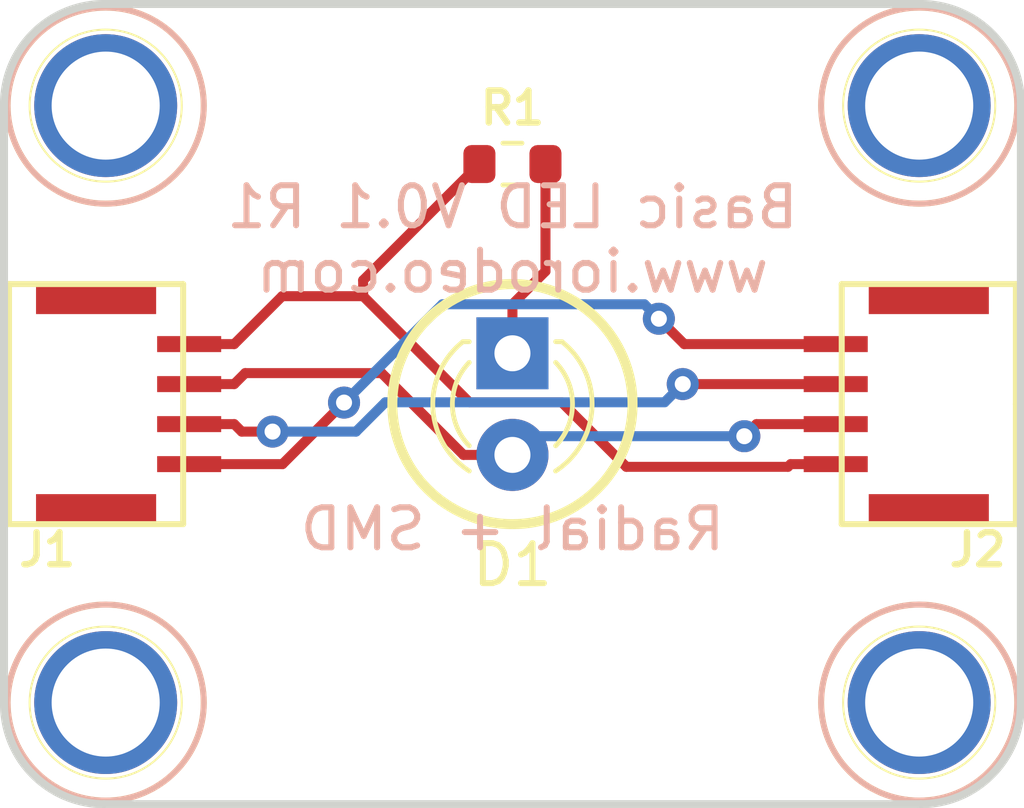
<source format=kicad_pcb>
(kicad_pcb (version 20221018) (generator pcbnew)
  (layers (0 "F.Cu" signal) (31 "B.Cu" signal) (34 "B.Paste" user) (35 "F.Paste" user) (36 "B.SilkS" user "B.Silkscreen") (37 "F.SilkS" user "F.Silkscreen") (38 "B.Mask" user) (39 "F.Mask" user) (44 "Edge.Cuts" user))
  (net 0 "")
  (net 1 "GND")
  (net 2 "/3V3")
  (net 3 "/SCL")
  (net 4 "/SDA")
  (net 5 "Net-(D1-K)")
  (footprint "custom_mount_hole:MountingHole_2.5mm_Pad" (layer "F.Cu") (at 52.54 52.54)
    (fp_text reference "M1" hide)
    (fp_text value "MountingHole_2.5mm_Pad" hide)
    (fp_circle (center 0 0) (end 2.45 0) (stroke (width 0.15)) (fill none) (layer "B.SilkS"))
    (fp_circle (center 0 0) (end 1.9 0) (stroke (width 0.05)) (fill none) (layer "F.SilkS"))
    (fp_circle (center 0 0) (end 2.45 0) (stroke (width 0.15)) (fill none) (layer "F.SilkS"))
    (pad "~" thru_hole circle (at 0 0) (size 3.57 3.57) (drill 2.7) (layers "*.Cu" "*.Mask"))
  )
  (footprint "custom_mount_hole:MountingHole_2.5mm_Pad" (layer "F.Cu") (at 72.86 52.54)
    (fp_text reference "M2" hide)
    (fp_text value "MountingHole_2.5mm_Pad" hide)
    (fp_circle (center 0 0) (end 2.45 0) (stroke (width 0.15)) (fill none) (layer "B.SilkS"))
    (fp_circle (center 0 0) (end 1.9 0) (stroke (width 0.05)) (fill none) (layer "F.SilkS"))
    (fp_circle (center 0 0) (end 2.45 0) (stroke (width 0.15)) (fill none) (layer "F.SilkS"))
    (pad "~" thru_hole circle (at 0 0) (size 3.57 3.57) (drill 2.7) (layers "*.Cu" "*.Mask"))
  )
  (footprint "custom_mount_hole:MountingHole_2.5mm_Pad" (layer "F.Cu") (at 72.86 67.46)
    (fp_text reference "M3" hide)
    (fp_text value "MountingHole_2.5mm_Pad" hide)
    (fp_circle (center 0 0) (end 2.45 0) (stroke (width 0.15)) (fill none) (layer "B.SilkS"))
    (fp_circle (center 0 0) (end 1.9 0) (stroke (width 0.05)) (fill none) (layer "F.SilkS"))
    (fp_circle (center 0 0) (end 2.45 0) (stroke (width 0.15)) (fill none) (layer "F.SilkS"))
    (pad "~" thru_hole circle (at 0 0) (size 3.57 3.57) (drill 2.7) (layers "*.Cu" "*.Mask"))
  )
  (footprint "custom_mount_hole:MountingHole_2.5mm_Pad" (layer "F.Cu") (at 52.54 67.46)
    (fp_text reference "M4" hide)
    (fp_text value "MountingHole_2.5mm_Pad" hide)
    (fp_circle (center 0 0) (end 2.45 0) (stroke (width 0.15)) (fill none) (layer "B.SilkS"))
    (fp_circle (center 0 0) (end 1.9 0) (stroke (width 0.05)) (fill none) (layer "F.SilkS"))
    (fp_circle (center 0 0) (end 2.45 0) (stroke (width 0.15)) (fill none) (layer "F.SilkS"))
    (pad "~" thru_hole circle (at 0 0) (size 3.57 3.57) (drill 2.7) (layers "*.Cu" "*.Mask"))
  )
  (footprint "LED_THT:LED_D3.0mm" (layer "F.Cu") (at 62.7 58.73 -90)
    (fp_text reference "D1" (at 5.29 0 180) (layer "F.SilkS"))
    (fp_text value "LED_ALT")
    (fp_line (start -0.29 -1.236) (end -0.29 -1.08) (stroke (width 0.12)) (layer "F.SilkS"))
    (fp_line (start -0.29 1.08) (end -0.29 1.236) (stroke (width 0.12)) (layer "F.SilkS"))
    (fp_arc (start -0.29 -1.235516) (mid 1.366487 -1.987659) (end 2.942335 -1.078608) (stroke (width 0.12)) (layer "F.SilkS"))
    (fp_arc (start 0.229039 -1.08) (mid 1.270117 -1.5) (end 2.31113 -1.079837) (stroke (width 0.12)) (layer "F.SilkS"))
    (fp_arc (start 2.31113 1.079837) (mid 1.270117 1.5) (end 0.229039 1.08) (stroke (width 0.12)) (layer "F.SilkS"))
    (fp_arc (start 2.942335 1.078608) (mid 1.366487 1.987659) (end -0.29 1.235516) (stroke (width 0.12)) (layer "F.SilkS"))
    (pad "1" thru_hole rect (at 0 0 270) (size 1.8 1.8) (drill 0.9) (layers "*.Cu" "*.Mask") (net 5 "Net-(D1-K)"))
    (pad "2" thru_hole circle (at 2.54 0 270) (size 1.8 1.8) (drill 0.9) (layers "*.Cu" "*.Mask") (net 2 "/3V3"))
  )
  (footprint "BOOMELE_SH_SMD:BOOMELE_SMD_SH_4PIN_RT" (layer "F.Cu") (at 52.78 60 90)
    (fp_text reference "J1" (at -3.64 -1.7 180) (layer "F.SilkS") (effects (font (size 0.8 0.8) (thickness 0.16))))
    (fp_text value "Conn_01x04" hide)
    (fp_line (start -3 1.695) (end -3 -2.655) (stroke (width 0.15)) (layer "F.SilkS"))
    (fp_line (start 0 -2.655) (end -3 -2.655) (stroke (width 0.15)) (layer "F.SilkS"))
    (fp_line (start 3 -2.655) (end 0 -2.655) (stroke (width 0.15)) (layer "F.SilkS"))
    (fp_line (start 3 -2.655) (end 3 1.695) (stroke (width 0.15)) (layer "F.SilkS"))
    (fp_line (start 3 1.695) (end -3 1.695) (stroke (width 0.15)) (layer "F.SilkS"))
    (pad "" smd rect (at -2.65 -0.48 270) (size 0.8 3) (layers "F.Cu" "F.Paste" "F.Mask"))
    (pad "" smd rect (at 2.65 -0.48 270) (size 0.8 3) (layers "F.Cu" "F.Paste" "F.Mask"))
    (pad "1" smd rect (at 1.5 1.845 270) (size 0.4 1.6) (layers "F.Cu" "F.Paste" "F.Mask") (net 1 "GND"))
    (pad "2" smd rect (at 0.5 1.845 270) (size 0.4 1.6) (layers "F.Cu" "F.Paste" "F.Mask") (net 2 "/3V3"))
    (pad "3" smd rect (at -0.5 1.845 270) (size 0.4 1.6) (layers "F.Cu" "F.Paste" "F.Mask") (net 4 "/SDA"))
    (pad "4" smd rect (at -1.5 1.845 270) (size 0.4 1.6) (layers "F.Cu" "F.Paste" "F.Mask") (net 3 "/SCL"))
  )
  (footprint "BOOMELE_SH_SMD:BOOMELE_SMD_SH_4PIN_RT" (layer "F.Cu") (at 72.62 60 -90)
    (fp_text reference "J2" (at 3.64 -1.7 180) (layer "F.SilkS") (effects (font (size 0.8 0.8) (thickness 0.16))))
    (fp_text value "Conn_01x04" hide)
    (fp_line (start -3 1.695) (end -3 -2.655) (stroke (width 0.15)) (layer "F.SilkS"))
    (fp_line (start 0 -2.655) (end -3 -2.655) (stroke (width 0.15)) (layer "F.SilkS"))
    (fp_line (start 3 -2.655) (end 0 -2.655) (stroke (width 0.15)) (layer "F.SilkS"))
    (fp_line (start 3 -2.655) (end 3 1.695) (stroke (width 0.15)) (layer "F.SilkS"))
    (fp_line (start 3 1.695) (end -3 1.695) (stroke (width 0.15)) (layer "F.SilkS"))
    (pad "" smd rect (at -2.65 -0.48 90) (size 0.8 3) (layers "F.Cu" "F.Paste" "F.Mask"))
    (pad "" smd rect (at 2.65 -0.48 90) (size 0.8 3) (layers "F.Cu" "F.Paste" "F.Mask"))
    (pad "1" smd rect (at 1.5 1.845 90) (size 0.4 1.6) (layers "F.Cu" "F.Paste" "F.Mask") (net 1 "GND"))
    (pad "2" smd rect (at 0.5 1.845 90) (size 0.4 1.6) (layers "F.Cu" "F.Paste" "F.Mask") (net 2 "/3V3"))
    (pad "3" smd rect (at -0.5 1.845 90) (size 0.4 1.6) (layers "F.Cu" "F.Paste" "F.Mask") (net 4 "/SDA"))
    (pad "4" smd rect (at -1.5 1.845 90) (size 0.4 1.6) (layers "F.Cu" "F.Paste" "F.Mask") (net 3 "/SCL"))
  )
  (footprint "Resistor_SMD:R_0603_1608Metric" (layer "F.Cu") (at 62.7 54 180)
    (fp_text reference "R1" (at 0 1.4) (layer "F.SilkS") (effects (font (size 0.8 0.8) (thickness 0.16))))
    (fp_text value "R")
    (fp_line (start -0.237258 -0.5225) (end 0.237258 -0.5225) (stroke (width 0.12)) (layer "F.SilkS"))
    (fp_line (start -0.237258 0.5225) (end 0.237258 0.5225) (stroke (width 0.12)) (layer "F.SilkS"))
    (pad "1" smd roundrect (at -0.825 0 180) (size 0.8 0.95) (layers "F.Cu" "F.Paste" "F.Mask") (net 5 "Net-(D1-K)"))
    (pad "2" smd roundrect (at 0.825 0 180) (size 0.8 0.95) (layers "F.Cu" "F.Paste" "F.Mask") (net 1 "GND"))
  )
  (gr_circle (center 62.7 60) (end 65.7 60) (stroke (width 0.25)) (fill none) (layer "F.SilkS"))
  (gr_arc (start 72.9 50) (mid 74.667767 50.732233) (end 75.4 52.5) (stroke (width 0.2)) (layer "Edge.Cuts"))
  (gr_arc (start 52.5 70) (mid 50.732233 69.267767) (end 50 67.5) (stroke (width 0.2)) (layer "Edge.Cuts"))
  (gr_line (start 52.5 50) (end 72.9 50) (stroke (width 0.2)) (layer "Edge.Cuts"))
  (gr_arc (start 50 52.5) (mid 50.732233 50.732233) (end 52.5 50) (stroke (width 0.2)) (layer "Edge.Cuts"))
  (gr_arc (start 75.4 67.5) (mid 74.667767 69.267767) (end 72.9 70) (stroke (width 0.2)) (layer "Edge.Cuts"))
  (gr_line (start 50 52.5) (end 50 67.5) (stroke (width 0.2)) (layer "Edge.Cuts"))
  (gr_line (start 52.5 70) (end 72.9 70) (stroke (width 0.2)) (layer "Edge.Cuts"))
  (gr_line (start 75.4 52.5) (end 75.4 67.5) (stroke (width 0.2)) (layer "Edge.Cuts"))
  (gr_text "Basic LED V0.1 R1\nwww.iorodeo.com\n\n\n\nRadial + SMD" (at 62.7 59.1) (layer "B.SilkS") (effects (font (size 1 1)) (justify mirror)))
  (segment (start 61.875 54) (end 58.9709 56.9041) (width 0.25) (layer "F.Cu") (net 1))
  (segment (start 70.775 61.5) (end 69.6499 61.5) (width 0.25) (layer "F.Cu") (net 1))
  (segment (start 65.5455 61.5683) (end 69.5816 61.5683) (width 0.25) (layer "F.Cu") (net 1))
  (segment (start 54.625 58.5) (end 55.7501 58.5) (width 0.25) (layer "F.Cu") (net 1))
  (segment (start 56.9477 57.3024) (end 55.7501 58.5) (width 0.25) (layer "F.Cu") (net 1))
  (segment (start 58.9709 56.9041) (end 58.9709 57.3024) (width 0.25) (layer "F.Cu") (net 1))
  (segment (start 69.5816 61.5683) (end 69.6499 61.5) (width 0.25) (layer "F.Cu") (net 1))
  (segment (start 63.9324 59.9552) (end 65.5455 61.5683) (width 0.25) (layer "F.Cu") (net 1))
  (segment (start 58.9709 57.3024) (end 61.6237 59.9552) (width 0.25) (layer "F.Cu") (net 1))
  (segment (start 61.6237 59.9552) (end 63.9324 59.9552) (width 0.25) (layer "F.Cu") (net 1))
  (segment (start 58.9709 57.3024) (end 56.9477 57.3024) (width 0.25) (layer "F.Cu") (net 1))
  (segment (start 61.4771 61.27) (end 59.4322 59.2251) (width 0.25) (layer "F.Cu") (net 2))
  (segment (start 68.7948 60.5) (end 68.492 60.8028) (width 0.25) (layer "F.Cu") (net 2))
  (segment (start 59.4322 59.2251) (end 56.025 59.2251) (width 0.25) (layer "F.Cu") (net 2))
  (segment (start 70.775 60.5) (end 68.7948 60.5) (width 0.25) (layer "F.Cu") (net 2))
  (segment (start 62.7 61.27) (end 61.4771 61.27) (width 0.25) (layer "F.Cu") (net 2))
  (segment (start 56.025 59.2251) (end 55.7501 59.5) (width 0.25) (layer "F.Cu") (net 2))
  (segment (start 54.625 59.5) (end 55.7501 59.5) (width 0.25) (layer "F.Cu") (net 2))
  (via (at 68.492 60.8028) (size 0.8) (drill 0.4) (layers "F.Cu" "B.Cu") (net 2))
  (segment (start 63.1672 60.8028) (end 62.7 61.27) (width 0.25) (layer "B.Cu") (net 2))
  (segment (start 68.492 60.8028) (end 63.1672 60.8028) (width 0.25) (layer "B.Cu") (net 2))
  (segment (start 66.9908 58.5) (end 66.3574 57.8666) (width 0.25) (layer "F.Cu") (net 3))
  (segment (start 58.4936 59.962) (end 56.9556 61.5) (width 0.25) (layer "F.Cu") (net 3))
  (segment (start 70.775 58.5) (end 66.9908 58.5) (width 0.25) (layer "F.Cu") (net 3))
  (segment (start 56.9556 61.5) (end 54.625 61.5) (width 0.25) (layer "F.Cu") (net 3))
  (via (at 66.3574 57.8666) (size 0.8) (drill 0.4) (layers "F.Cu" "B.Cu") (net 3))
  (via (at 58.4936 59.962) (size 0.8) (drill 0.4) (layers "F.Cu" "B.Cu") (net 3))
  (segment (start 66.3574 57.8666) (end 65.9956 57.5048) (width 0.25) (layer "B.Cu") (net 3))
  (segment (start 65.9956 57.5048) (end 60.9508 57.5048) (width 0.25) (layer "B.Cu") (net 3))
  (segment (start 60.9508 57.5048) (end 58.4936 59.962) (width 0.25) (layer "B.Cu") (net 3))
  (segment (start 54.625 60.5) (end 55.7501 60.5) (width 0.25) (layer "F.Cu") (net 4))
  (segment (start 55.7501 60.5) (end 55.9375 60.6874) (width 0.25) (layer "F.Cu") (net 4))
  (segment (start 55.9375 60.6874) (end 56.7082 60.6874) (width 0.25) (layer "F.Cu") (net 4))
  (segment (start 70.775 59.5) (end 66.9541 59.5) (width 0.25) (layer "F.Cu") (net 4))
  (via (at 56.7082 60.6874) (size 0.8) (drill 0.4) (layers "F.Cu" "B.Cu") (net 4))
  (via (at 66.9541 59.5) (size 0.8) (drill 0.4) (layers "F.Cu" "B.Cu") (net 4))
  (segment (start 66.4989 59.9552) (end 66.9541 59.5) (width 0.25) (layer "B.Cu") (net 4))
  (segment (start 56.7082 60.6874) (end 58.7936 60.6874) (width 0.25) (layer "B.Cu") (net 4))
  (segment (start 59.5258 59.9552) (end 66.4989 59.9552) (width 0.25) (layer "B.Cu") (net 4))
  (segment (start 58.7936 60.6874) (end 59.5258 59.9552) (width 0.25) (layer "B.Cu") (net 4))
  (segment (start 62.7 58.73) (end 62.7 57.5049) (width 0.25) (layer "F.Cu") (net 5))
  (segment (start 63.525 54) (end 63.525 56.6799) (width 0.25) (layer "F.Cu") (net 5))
  (segment (start 63.525 56.6799) (end 62.7 57.5049) (width 0.25) (layer "F.Cu") (net 5))
)
</source>
